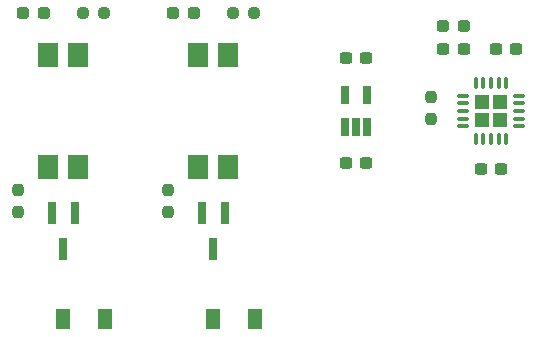
<source format=gtp>
G04 #@! TF.GenerationSoftware,KiCad,Pcbnew,(6.0.2)*
G04 #@! TF.CreationDate,2022-07-05T15:26:23+02:00*
G04 #@! TF.ProjectId,Raspberry Pi temperature management hat,52617370-6265-4727-9279-205069207465,V2*
G04 #@! TF.SameCoordinates,Original*
G04 #@! TF.FileFunction,Paste,Top*
G04 #@! TF.FilePolarity,Positive*
%FSLAX46Y46*%
G04 Gerber Fmt 4.6, Leading zero omitted, Abs format (unit mm)*
G04 Created by KiCad (PCBNEW (6.0.2)) date 2022-07-05 15:26:23*
%MOMM*%
%LPD*%
G01*
G04 APERTURE LIST*
G04 Aperture macros list*
%AMRoundRect*
0 Rectangle with rounded corners*
0 $1 Rounding radius*
0 $2 $3 $4 $5 $6 $7 $8 $9 X,Y pos of 4 corners*
0 Add a 4 corners polygon primitive as box body*
4,1,4,$2,$3,$4,$5,$6,$7,$8,$9,$2,$3,0*
0 Add four circle primitives for the rounded corners*
1,1,$1+$1,$2,$3*
1,1,$1+$1,$4,$5*
1,1,$1+$1,$6,$7*
1,1,$1+$1,$8,$9*
0 Add four rect primitives between the rounded corners*
20,1,$1+$1,$2,$3,$4,$5,0*
20,1,$1+$1,$4,$5,$6,$7,0*
20,1,$1+$1,$6,$7,$8,$9,0*
20,1,$1+$1,$8,$9,$2,$3,0*%
G04 Aperture macros list end*
%ADD10RoundRect,0.250000X-0.375000X-0.375000X0.375000X-0.375000X0.375000X0.375000X-0.375000X0.375000X0*%
%ADD11RoundRect,0.075000X-0.412500X-0.075000X0.412500X-0.075000X0.412500X0.075000X-0.412500X0.075000X0*%
%ADD12RoundRect,0.075000X-0.075000X-0.412500X0.075000X-0.412500X0.075000X0.412500X-0.075000X0.412500X0*%
%ADD13RoundRect,0.237500X-0.237500X0.250000X-0.237500X-0.250000X0.237500X-0.250000X0.237500X0.250000X0*%
%ADD14RoundRect,0.237500X-0.250000X-0.237500X0.250000X-0.237500X0.250000X0.237500X-0.250000X0.237500X0*%
%ADD15RoundRect,0.237500X0.287500X0.237500X-0.287500X0.237500X-0.287500X-0.237500X0.287500X-0.237500X0*%
%ADD16RoundRect,0.237500X-0.287500X-0.237500X0.287500X-0.237500X0.287500X0.237500X-0.287500X0.237500X0*%
%ADD17RoundRect,0.237500X-0.300000X-0.237500X0.300000X-0.237500X0.300000X0.237500X-0.300000X0.237500X0*%
%ADD18R,1.780000X2.000000*%
%ADD19R,1.300000X1.700000*%
%ADD20R,0.800000X1.900000*%
%ADD21R,0.650000X1.560000*%
G04 APERTURE END LIST*
D10*
X96380000Y-73165000D03*
X97930000Y-71615000D03*
X97930000Y-73165000D03*
X96380000Y-71615000D03*
D11*
X94792500Y-71090000D03*
X94792500Y-71740000D03*
X94792500Y-72390000D03*
X94792500Y-73040000D03*
X94792500Y-73690000D03*
D12*
X95855000Y-74752500D03*
X96505000Y-74752500D03*
X97155000Y-74752500D03*
X97805000Y-74752500D03*
X98455000Y-74752500D03*
D11*
X99517500Y-73690000D03*
X99517500Y-73040000D03*
X99517500Y-72390000D03*
X99517500Y-71740000D03*
X99517500Y-71090000D03*
D12*
X98455000Y-70027500D03*
X97805000Y-70027500D03*
X97155000Y-70027500D03*
X96505000Y-70027500D03*
X95855000Y-70027500D03*
D13*
X69850000Y-79097500D03*
X69850000Y-80922500D03*
D14*
X75287500Y-64135000D03*
X77112500Y-64135000D03*
D13*
X57150000Y-79097500D03*
X57150000Y-80922500D03*
D15*
X94855000Y-65227500D03*
X93105000Y-65227500D03*
D14*
X62587500Y-64135000D03*
X64412500Y-64135000D03*
D16*
X70245000Y-64135000D03*
X71995000Y-64135000D03*
D17*
X84862500Y-76835000D03*
X86587500Y-76835000D03*
D18*
X62230000Y-67625000D03*
X59690000Y-67625000D03*
X59690000Y-77155000D03*
X62230000Y-77155000D03*
D17*
X96292500Y-77292500D03*
X98017500Y-77292500D03*
X84862500Y-67945000D03*
X86587500Y-67945000D03*
D19*
X64460000Y-90000000D03*
X60960000Y-90000000D03*
D20*
X74610000Y-81050000D03*
X72710000Y-81050000D03*
X73660000Y-84050000D03*
D17*
X97562500Y-67132500D03*
X99287500Y-67132500D03*
D19*
X77160000Y-90000000D03*
X73660000Y-90000000D03*
D17*
X93117500Y-67132500D03*
X94842500Y-67132500D03*
D16*
X57545000Y-64135000D03*
X59295000Y-64135000D03*
D21*
X84775000Y-73740000D03*
X85725000Y-73740000D03*
X86675000Y-73740000D03*
X86675000Y-71040000D03*
X84775000Y-71040000D03*
D18*
X74930000Y-67625000D03*
X72390000Y-67625000D03*
X72390000Y-77155000D03*
X74930000Y-77155000D03*
D20*
X61910000Y-81050000D03*
X60010000Y-81050000D03*
X60960000Y-84050000D03*
D13*
X92075000Y-71223500D03*
X92075000Y-73048500D03*
M02*

</source>
